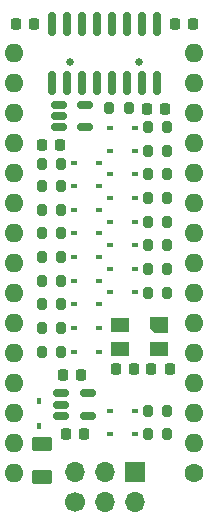
<source format=gbr>
%TF.GenerationSoftware,KiCad,Pcbnew,(6.0.8)*%
%TF.CreationDate,2022-12-15T00:43:05+01:00*%
%TF.ProjectId,Dact,44616374-2e6b-4696-9361-645f70636258,rev?*%
%TF.SameCoordinates,Original*%
%TF.FileFunction,Soldermask,Bot*%
%TF.FilePolarity,Negative*%
%FSLAX46Y46*%
G04 Gerber Fmt 4.6, Leading zero omitted, Abs format (unit mm)*
G04 Created by KiCad (PCBNEW (6.0.8)) date 2022-12-15 00:43:05*
%MOMM*%
%LPD*%
G01*
G04 APERTURE LIST*
G04 Aperture macros list*
%AMRoundRect*
0 Rectangle with rounded corners*
0 $1 Rounding radius*
0 $2 $3 $4 $5 $6 $7 $8 $9 X,Y pos of 4 corners*
0 Add a 4 corners polygon primitive as box body*
4,1,4,$2,$3,$4,$5,$6,$7,$8,$9,$2,$3,0*
0 Add four circle primitives for the rounded corners*
1,1,$1+$1,$2,$3*
1,1,$1+$1,$4,$5*
1,1,$1+$1,$6,$7*
1,1,$1+$1,$8,$9*
0 Add four rect primitives between the rounded corners*
20,1,$1+$1,$2,$3,$4,$5,0*
20,1,$1+$1,$4,$5,$6,$7,0*
20,1,$1+$1,$6,$7,$8,$9,0*
20,1,$1+$1,$8,$9,$2,$3,0*%
%AMOutline5P*
0 Free polygon, 5 corners , with rotation*
0 The origin of the aperture is its center*
0 number of corners: always 5*
0 $1 to $10 corner X, Y*
0 $11 Rotation angle, in degrees counterclockwise*
0 create outline with 5 corners*
4,1,5,$1,$2,$3,$4,$5,$6,$7,$8,$9,$10,$1,$2,$11*%
%AMOutline6P*
0 Free polygon, 6 corners , with rotation*
0 The origin of the aperture is its center*
0 number of corners: always 6*
0 $1 to $12 corner X, Y*
0 $13 Rotation angle, in degrees counterclockwise*
0 create outline with 6 corners*
4,1,6,$1,$2,$3,$4,$5,$6,$7,$8,$9,$10,$11,$12,$1,$2,$13*%
%AMOutline7P*
0 Free polygon, 7 corners , with rotation*
0 The origin of the aperture is its center*
0 number of corners: always 7*
0 $1 to $14 corner X, Y*
0 $15 Rotation angle, in degrees counterclockwise*
0 create outline with 7 corners*
4,1,7,$1,$2,$3,$4,$5,$6,$7,$8,$9,$10,$11,$12,$13,$14,$1,$2,$15*%
%AMOutline8P*
0 Free polygon, 8 corners , with rotation*
0 The origin of the aperture is its center*
0 number of corners: always 8*
0 $1 to $16 corner X, Y*
0 $17 Rotation angle, in degrees counterclockwise*
0 create outline with 8 corners*
4,1,8,$1,$2,$3,$4,$5,$6,$7,$8,$9,$10,$11,$12,$13,$14,$15,$16,$1,$2,$17*%
G04 Aperture macros list end*
%ADD10C,0.670000*%
%ADD11C,1.700000*%
%ADD12O,1.700000X1.700000*%
%ADD13R,1.700000X1.700000*%
%ADD14C,1.600000*%
%ADD15O,1.600000X1.600000*%
%ADD16RoundRect,0.250000X-0.625000X0.375000X-0.625000X-0.375000X0.625000X-0.375000X0.625000X0.375000X0*%
%ADD17RoundRect,0.200000X0.200000X0.275000X-0.200000X0.275000X-0.200000X-0.275000X0.200000X-0.275000X0*%
%ADD18RoundRect,0.225000X0.225000X0.250000X-0.225000X0.250000X-0.225000X-0.250000X0.225000X-0.250000X0*%
%ADD19R,0.600000X0.450000*%
%ADD20RoundRect,0.150000X0.150000X-0.825000X0.150000X0.825000X-0.150000X0.825000X-0.150000X-0.825000X0*%
%ADD21RoundRect,0.150000X-0.512500X-0.150000X0.512500X-0.150000X0.512500X0.150000X-0.512500X0.150000X0*%
%ADD22RoundRect,0.200000X-0.200000X-0.275000X0.200000X-0.275000X0.200000X0.275000X-0.200000X0.275000X0*%
%ADD23RoundRect,0.225000X-0.225000X-0.250000X0.225000X-0.250000X0.225000X0.250000X-0.225000X0.250000X0*%
%ADD24R,0.450000X0.600000*%
%ADD25R,1.600000X1.300000*%
%ADD26Outline5P,-0.800000X0.650000X0.410000X0.650000X0.800000X0.260000X0.800000X-0.650000X-0.800000X-0.650000X180.000000*%
G04 APERTURE END LIST*
D10*
%TO.C,J3*%
X146745000Y-57322500D03*
X152545000Y-57322500D03*
%TD*%
D11*
%TO.C,J2*%
X147095000Y-94585000D03*
D12*
X147095000Y-92045000D03*
X149635000Y-94585000D03*
X149635000Y-92045000D03*
X152175000Y-94585000D03*
D13*
X152175000Y-92045000D03*
%TD*%
D14*
%TO.C,A1*%
X157240000Y-92120000D03*
D15*
X157240000Y-89580000D03*
X157240000Y-87040000D03*
X157240000Y-84500000D03*
X157240000Y-81960000D03*
X157240000Y-79420000D03*
X157240000Y-76880000D03*
X157240000Y-74340000D03*
X157240000Y-71800000D03*
X157240000Y-69260000D03*
X157240000Y-66720000D03*
X157240000Y-64180000D03*
X157240000Y-61640000D03*
X157240000Y-59100000D03*
X157240000Y-56560000D03*
X142000000Y-56560000D03*
X142000000Y-59100000D03*
X142000000Y-61640000D03*
X142000000Y-64180000D03*
X142000000Y-66720000D03*
X142000000Y-69260000D03*
X142000000Y-71800000D03*
X142000000Y-74340000D03*
X142000000Y-76880000D03*
X142000000Y-79420000D03*
X142000000Y-81960000D03*
X142000000Y-84500000D03*
X142000000Y-87040000D03*
X142000000Y-89580000D03*
X142000000Y-92120000D03*
%TD*%
D16*
%TO.C,F2*%
X144370000Y-89660000D03*
X144370000Y-92460000D03*
%TD*%
D17*
%TO.C,R7*%
X145945000Y-77810000D03*
X144295000Y-77810000D03*
%TD*%
%TO.C,R2*%
X145945000Y-67810000D03*
X144295000Y-67810000D03*
%TD*%
D18*
%TO.C,C4*%
X147645000Y-83810000D03*
X146095000Y-83810000D03*
%TD*%
D17*
%TO.C,R8*%
X145945000Y-79810000D03*
X144295000Y-79810000D03*
%TD*%
D19*
%TO.C,D20*%
X152170000Y-64807500D03*
X150070000Y-64807500D03*
%TD*%
D20*
%TO.C,U4*%
X154065000Y-59035000D03*
X152795000Y-59035000D03*
X151525000Y-59035000D03*
X150255000Y-59035000D03*
X148985000Y-59035000D03*
X147715000Y-59035000D03*
X146445000Y-59035000D03*
X145175000Y-59035000D03*
X145175000Y-54085000D03*
X146445000Y-54085000D03*
X147715000Y-54085000D03*
X148985000Y-54085000D03*
X150255000Y-54085000D03*
X151525000Y-54085000D03*
X152795000Y-54085000D03*
X154065000Y-54085000D03*
%TD*%
D21*
%TO.C,U3*%
X145732500Y-62835000D03*
X145732500Y-61885000D03*
X145732500Y-60935000D03*
X148007500Y-60935000D03*
X148007500Y-62835000D03*
%TD*%
D19*
%TO.C,D4*%
X147070000Y-71812500D03*
X149170000Y-71812500D03*
%TD*%
%TO.C,D9*%
X147070000Y-81812500D03*
X149170000Y-81812500D03*
%TD*%
%TO.C,D6*%
X147070000Y-75812500D03*
X149170000Y-75812500D03*
%TD*%
D22*
%TO.C,R14*%
X153295000Y-76810000D03*
X154945000Y-76810000D03*
%TD*%
D19*
%TO.C,D1*%
X152170000Y-86807500D03*
X150070000Y-86807500D03*
%TD*%
D18*
%TO.C,C5*%
X147895000Y-88810000D03*
X146345000Y-88810000D03*
%TD*%
D22*
%TO.C,R16*%
X153295000Y-72810000D03*
X154945000Y-72810000D03*
%TD*%
%TO.C,R15*%
X153295000Y-74810000D03*
X154945000Y-74810000D03*
%TD*%
D23*
%TO.C,C6*%
X144345000Y-64310000D03*
X145895000Y-64310000D03*
%TD*%
D22*
%TO.C,R1*%
X153295000Y-86810000D03*
X154945000Y-86810000D03*
%TD*%
D19*
%TO.C,D2*%
X147070000Y-67812500D03*
X149170000Y-67812500D03*
%TD*%
D22*
%TO.C,R17*%
X153295000Y-70810000D03*
X154945000Y-70810000D03*
%TD*%
D17*
%TO.C,R4*%
X145945000Y-71810000D03*
X144295000Y-71810000D03*
%TD*%
D18*
%TO.C,C10*%
X154745000Y-61260000D03*
X153195000Y-61260000D03*
%TD*%
D19*
%TO.C,D18*%
X152170000Y-68807500D03*
X150070000Y-68807500D03*
%TD*%
D17*
%TO.C,R28*%
X151670000Y-61185000D03*
X150020000Y-61185000D03*
%TD*%
D18*
%TO.C,C2*%
X152145000Y-83310000D03*
X150595000Y-83310000D03*
%TD*%
D19*
%TO.C,D7*%
X147070000Y-77812500D03*
X149170000Y-77812500D03*
%TD*%
%TO.C,D22*%
X147070000Y-65812500D03*
X149170000Y-65812500D03*
%TD*%
D17*
%TO.C,R5*%
X145945000Y-73810000D03*
X144295000Y-73810000D03*
%TD*%
D24*
%TO.C,D23*%
X144117500Y-86010000D03*
X144117500Y-88110000D03*
%TD*%
D17*
%TO.C,R9*%
X145945000Y-81810000D03*
X144295000Y-81810000D03*
%TD*%
D19*
%TO.C,D14*%
X152170000Y-76807500D03*
X150070000Y-76807500D03*
%TD*%
D22*
%TO.C,R19*%
X153295000Y-66810000D03*
X154945000Y-66810000D03*
%TD*%
D17*
%TO.C,R22*%
X145945000Y-65935000D03*
X144295000Y-65935000D03*
%TD*%
D22*
%TO.C,R21*%
X153295000Y-62810000D03*
X154945000Y-62810000D03*
%TD*%
D19*
%TO.C,D16*%
X152170000Y-72807500D03*
X150070000Y-72807500D03*
%TD*%
D18*
%TO.C,C3*%
X155145000Y-83310000D03*
X153595000Y-83310000D03*
%TD*%
D22*
%TO.C,R18*%
X153295000Y-68810000D03*
X154945000Y-68810000D03*
%TD*%
D19*
%TO.C,D19*%
X152170000Y-66807500D03*
X150070000Y-66807500D03*
%TD*%
D22*
%TO.C,R10*%
X153295000Y-88812500D03*
X154945000Y-88812500D03*
%TD*%
D19*
%TO.C,D21*%
X152170000Y-62907500D03*
X150070000Y-62907500D03*
%TD*%
D17*
%TO.C,R3*%
X145945000Y-69810000D03*
X144295000Y-69810000D03*
%TD*%
D19*
%TO.C,D15*%
X152170000Y-74807500D03*
X150070000Y-74807500D03*
%TD*%
%TO.C,D8*%
X147070000Y-79812500D03*
X149170000Y-79812500D03*
%TD*%
%TO.C,D17*%
X152170000Y-70807500D03*
X150070000Y-70807500D03*
%TD*%
%TO.C,D5*%
X147070000Y-73812500D03*
X149170000Y-73812500D03*
%TD*%
D21*
%TO.C,U2*%
X145982500Y-87260000D03*
X145982500Y-86310000D03*
X145982500Y-85360000D03*
X148257500Y-85360000D03*
X148257500Y-87260000D03*
%TD*%
D17*
%TO.C,R6*%
X145945000Y-75810000D03*
X144295000Y-75810000D03*
%TD*%
D18*
%TO.C,C11*%
X157145000Y-54060000D03*
X155595000Y-54060000D03*
%TD*%
D19*
%TO.C,D3*%
X147070000Y-69812500D03*
X149170000Y-69812500D03*
%TD*%
%TO.C,D10*%
X152170000Y-88810000D03*
X150070000Y-88810000D03*
%TD*%
D25*
%TO.C,Y1*%
X154270000Y-81560000D03*
X150970000Y-81560000D03*
X150970000Y-79560000D03*
D26*
X154270000Y-79560000D03*
%TD*%
D22*
%TO.C,R20*%
X153295000Y-64810000D03*
X154945000Y-64810000D03*
%TD*%
D18*
%TO.C,C13*%
X143645000Y-54060000D03*
X142095000Y-54060000D03*
%TD*%
M02*

</source>
